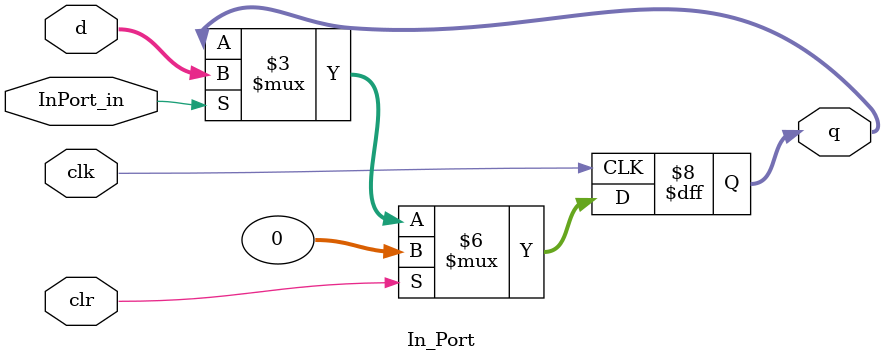
<source format=v>
module In_Port #(parameter VAL = 0)(input clk, clr, InPort_in, input [31:0] d, output reg [31:0] q);

initial q <= VAL;

always @ (posedge clk)
begin
	if (clr) begin
		 q <= 32'b0;
	end else if (InPort_in) begin
		 q <= d;
	end
end

endmodule
</source>
